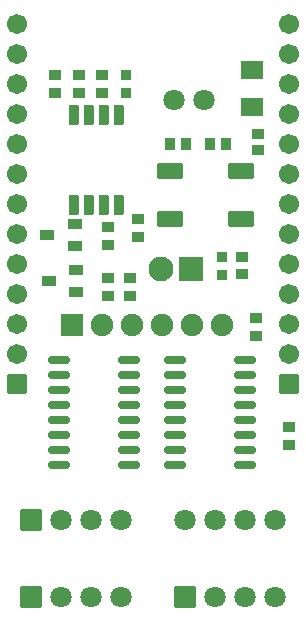
<source format=gts>
G04 Layer: TopSolderMaskLayer*
G04 EasyEDA v6.5.29, 2023-07-08 22:53:17*
G04 f4c6c8685b5442dcac5e84d632293f1e,52c161dc85b4440087471843f8ea1cfe,10*
G04 Gerber Generator version 0.2*
G04 Scale: 100 percent, Rotated: No, Reflected: No *
G04 Dimensions in millimeters *
G04 leading zeros omitted , absolute positions ,4 integer and 5 decimal *
%FSLAX45Y45*%
%MOMM*%

%AMMACRO1*1,1,$1,$2,$3*1,1,$1,$4,$5*1,1,$1,0-$2,0-$3*1,1,$1,0-$4,0-$5*20,1,$1,$2,$3,$4,$5,0*20,1,$1,$4,$5,0-$2,0-$3,0*20,1,$1,0-$2,0-$3,0-$4,0-$5,0*20,1,$1,0-$4,0-$5,$2,$3,0*4,1,4,$2,$3,$4,$5,0-$2,0-$3,0-$4,0-$5,$2,$3,0*%
%ADD10MACRO1,0.1016X0.8X-0.8X0.8X0.8*%
%ADD11C,1.7016*%
%ADD12MACRO1,0.1016X1X-1X-1X-1*%
%ADD13C,2.1016*%
%ADD14MACRO1,0.1016X-0.85X0.85X0.85X0.85*%
%ADD15C,1.8016*%
%ADD16MACRO1,0.1016X0.432X-0.4032X-0.432X-0.4032*%
%ADD17MACRO1,0.1016X0.432X0.4032X-0.432X0.4032*%
%ADD18R,0.9656X0.9081*%
%ADD19O,1.9015963999999999X0.7015988*%
%ADD20C,1.9016*%
%ADD21MACRO1,0.1016X-0.9X0.9X0.9X0.9*%
%ADD22MACRO1,0.1016X-0.381X0.762X0.381X0.762*%
%ADD23MACRO1,0.1016X-1.05X0.6X1.05X0.6*%
%ADD24MACRO1,0.1016X-0.432X0.4032X0.432X0.4032*%
%ADD25MACRO1,0.1016X-0.432X-0.4032X0.432X-0.4032*%
%ADD26MACRO1,0.1016X-0.45X-0.4X-0.45X0.4*%
%ADD27MACRO1,0.1016X-0.864X0.7425X0.864X0.7425*%
%ADD28MACRO1,0.1016X-0.864X-0.7425X0.864X-0.7425*%
%ADD29MACRO1,0.1016X-0.4X0.45X0.4X0.45*%
%ADD30MACRO1,0.1016X0.5X-0.4X-0.5X-0.4*%

%LPD*%
D10*
G01*
X10599978Y10745975D03*
D11*
G01*
X10599978Y10999978D03*
G01*
X10599978Y11253978D03*
G01*
X10599978Y11507978D03*
G01*
X10599978Y11761978D03*
G01*
X10599978Y12015978D03*
G01*
X10599978Y12269978D03*
G01*
X10599978Y12523978D03*
G01*
X10599978Y12777978D03*
G01*
X10599978Y13031978D03*
G01*
X10599978Y13285978D03*
G01*
X10599978Y13539978D03*
G01*
X10599978Y13793978D03*
D10*
G01*
X8299983Y10745975D03*
D11*
G01*
X8299983Y10999978D03*
G01*
X8299983Y11253978D03*
G01*
X8299983Y11507978D03*
G01*
X8299983Y11761978D03*
G01*
X8299983Y12015978D03*
G01*
X8299983Y12269978D03*
G01*
X8299983Y12523978D03*
G01*
X8299983Y12777978D03*
G01*
X8299983Y13031978D03*
G01*
X8299983Y13285978D03*
G01*
X8299983Y13539978D03*
G01*
X8299983Y13793978D03*
D12*
G01*
X9766980Y11719976D03*
D13*
G01*
X9512985Y11719966D03*
D14*
G01*
X8418983Y9599979D03*
D15*
G01*
X8672982Y9599980D03*
G01*
X8926982Y9599980D03*
G01*
X9180982Y9599980D03*
D14*
G01*
X8418983Y8949980D03*
D15*
G01*
X8672982Y8949969D03*
G01*
X8926982Y8949969D03*
G01*
X9180982Y8949969D03*
G01*
X9718979Y9599980D03*
G01*
X9972979Y9599980D03*
G01*
X10226979Y9599980D03*
G01*
X10480979Y9599980D03*
D14*
G01*
X9718981Y8949980D03*
D15*
G01*
X9972979Y8949969D03*
G01*
X10226979Y8949969D03*
G01*
X10480979Y8949969D03*
D16*
G01*
X8619982Y13365298D03*
D17*
G01*
X8619982Y13214648D03*
D16*
G01*
X8819982Y13365298D03*
D17*
G01*
X8819982Y13214648D03*
D16*
G01*
X9019987Y13365298D03*
D17*
G01*
X9019987Y13214648D03*
D18*
G01*
X9219971Y13365302D03*
G01*
X9219971Y13214654D03*
D19*
G01*
X9247174Y10065486D03*
G01*
X9247174Y10192486D03*
G01*
X9247174Y10319486D03*
G01*
X9247174Y10446486D03*
G01*
X9247174Y10573486D03*
G01*
X9247174Y10700486D03*
G01*
X9247174Y10827486D03*
G01*
X9247174Y10954486D03*
G01*
X8652814Y10065486D03*
G01*
X8652814Y10192486D03*
G01*
X8652814Y10319486D03*
G01*
X8652814Y10446486D03*
G01*
X8652814Y10573486D03*
G01*
X8652814Y10700486D03*
G01*
X8652814Y10827486D03*
G01*
X8652814Y10954486D03*
G01*
X10227183Y10065486D03*
G01*
X10227183Y10192486D03*
G01*
X10227183Y10319486D03*
G01*
X10227183Y10446486D03*
G01*
X10227183Y10573486D03*
G01*
X10227183Y10700486D03*
G01*
X10227183Y10827486D03*
G01*
X10227183Y10954486D03*
G01*
X9632822Y10065486D03*
G01*
X9632822Y10192486D03*
G01*
X9632822Y10319486D03*
G01*
X9632822Y10446486D03*
G01*
X9632822Y10573486D03*
G01*
X9632822Y10700486D03*
G01*
X9632822Y10827486D03*
G01*
X9632822Y10954486D03*
D20*
G01*
X10034981Y11249964D03*
G01*
X9780981Y11249964D03*
G01*
X9526981Y11249964D03*
G01*
X9272981Y11249964D03*
G01*
X9018981Y11249964D03*
D21*
G01*
X8764981Y11249977D03*
D15*
G01*
X9876993Y13149961D03*
G01*
X9622993Y13149961D03*
D22*
G01*
X9033492Y13030974D03*
G01*
X9033492Y12268974D03*
G01*
X8906492Y12268974D03*
G01*
X8906492Y13030974D03*
G01*
X8779492Y13030974D03*
G01*
X8779492Y12268974D03*
G01*
X9160492Y12268974D03*
G01*
X9160492Y13030974D03*
D23*
G01*
X10189980Y12149975D03*
G01*
X9589980Y12149975D03*
G01*
X10189980Y12549974D03*
G01*
X9589980Y12549974D03*
D24*
G01*
X10599978Y10234654D03*
D25*
G01*
X10599978Y10385304D03*
D24*
G01*
X10319979Y11154652D03*
D25*
G01*
X10319979Y11305302D03*
D26*
G01*
X10199979Y11677980D03*
G01*
X10199979Y11821972D03*
D18*
G01*
X10029977Y11825300D03*
G01*
X10029977Y11674652D03*
D27*
G01*
X10289979Y13090723D03*
D28*
G01*
X10289979Y13409223D03*
D26*
G01*
X10339979Y12869974D03*
G01*
X10339979Y12729974D03*
D29*
G01*
X9729980Y12779974D03*
G01*
X9589980Y12779974D03*
G01*
X10069979Y12779974D03*
G01*
X9929980Y12779974D03*
D30*
G01*
X8784983Y12104977D03*
G01*
X8554981Y12009981D03*
G01*
X8784981Y11914974D03*
G01*
X8794983Y11714977D03*
G01*
X8564981Y11619981D03*
G01*
X8794981Y11524975D03*
D16*
G01*
X9319981Y12145300D03*
D17*
G01*
X9319981Y11994650D03*
D24*
G01*
X9249981Y11494651D03*
D25*
G01*
X9249981Y11645301D03*
D16*
G01*
X9069981Y11645301D03*
D17*
G01*
X9069981Y11494651D03*
D16*
G01*
X9069981Y12075300D03*
D17*
G01*
X9069981Y11924651D03*
M02*

</source>
